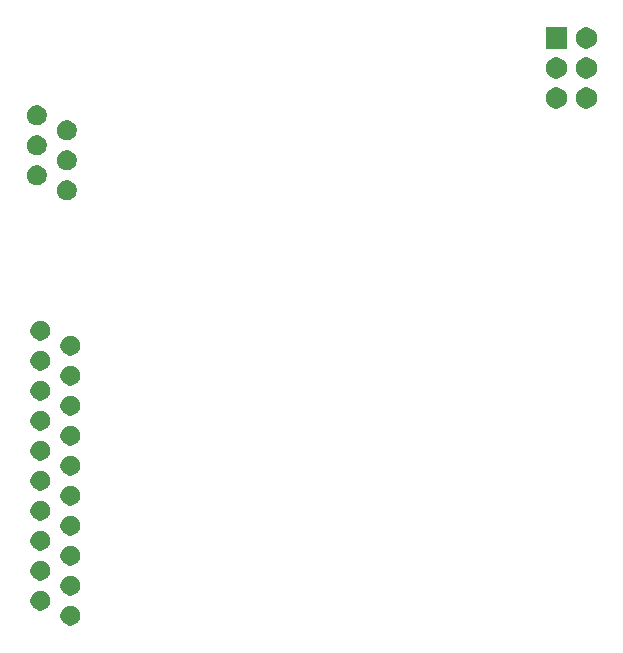
<source format=gbs>
G04 #@! TF.GenerationSoftware,KiCad,Pcbnew,5.0.2-bee76a0~70~ubuntu18.04.1*
G04 #@! TF.CreationDate,2019-02-13T21:41:43-05:00*
G04 #@! TF.ProjectId,Brakelight_Shutdown_BSPD,4272616b-656c-4696-9768-745f53687574,rev?*
G04 #@! TF.SameCoordinates,Original*
G04 #@! TF.FileFunction,Soldermask,Bot*
G04 #@! TF.FilePolarity,Negative*
%FSLAX46Y46*%
G04 Gerber Fmt 4.6, Leading zero omitted, Abs format (unit mm)*
G04 Created by KiCad (PCBNEW 5.0.2-bee76a0~70~ubuntu18.04.1) date Wed 13 Feb 2019 09:41:43 PM EST*
%MOMM*%
%LPD*%
G01*
G04 APERTURE LIST*
%ADD10C,2.000000*%
G04 APERTURE END LIST*
D10*
G36*
X168256234Y-96807564D02*
X168410927Y-96871640D01*
X168550147Y-96964664D01*
X168668536Y-97083053D01*
X168761560Y-97222273D01*
X168825636Y-97376966D01*
X168858300Y-97541181D01*
X168858300Y-97708619D01*
X168825636Y-97872834D01*
X168761560Y-98027527D01*
X168668536Y-98166747D01*
X168550147Y-98285136D01*
X168410927Y-98378160D01*
X168256234Y-98442236D01*
X168092019Y-98474900D01*
X167924581Y-98474900D01*
X167760366Y-98442236D01*
X167605673Y-98378160D01*
X167466453Y-98285136D01*
X167348064Y-98166747D01*
X167255040Y-98027527D01*
X167190964Y-97872834D01*
X167158300Y-97708619D01*
X167158300Y-97541181D01*
X167190964Y-97376966D01*
X167255040Y-97222273D01*
X167348064Y-97083053D01*
X167466453Y-96964664D01*
X167605673Y-96871640D01*
X167760366Y-96807564D01*
X167924581Y-96774900D01*
X168092019Y-96774900D01*
X168256234Y-96807564D01*
X168256234Y-96807564D01*
G37*
G36*
X165716234Y-95537564D02*
X165870927Y-95601640D01*
X166010147Y-95694664D01*
X166128536Y-95813053D01*
X166221560Y-95952273D01*
X166285636Y-96106966D01*
X166318300Y-96271181D01*
X166318300Y-96438619D01*
X166285636Y-96602834D01*
X166221560Y-96757527D01*
X166128536Y-96896747D01*
X166010147Y-97015136D01*
X165870927Y-97108160D01*
X165716234Y-97172236D01*
X165552019Y-97204900D01*
X165384581Y-97204900D01*
X165220366Y-97172236D01*
X165065673Y-97108160D01*
X164926453Y-97015136D01*
X164808064Y-96896747D01*
X164715040Y-96757527D01*
X164650964Y-96602834D01*
X164618300Y-96438619D01*
X164618300Y-96271181D01*
X164650964Y-96106966D01*
X164715040Y-95952273D01*
X164808064Y-95813053D01*
X164926453Y-95694664D01*
X165065673Y-95601640D01*
X165220366Y-95537564D01*
X165384581Y-95504900D01*
X165552019Y-95504900D01*
X165716234Y-95537564D01*
X165716234Y-95537564D01*
G37*
G36*
X168256234Y-94267564D02*
X168410927Y-94331640D01*
X168550147Y-94424664D01*
X168668536Y-94543053D01*
X168761560Y-94682273D01*
X168825636Y-94836966D01*
X168858300Y-95001181D01*
X168858300Y-95168619D01*
X168825636Y-95332834D01*
X168761560Y-95487527D01*
X168668536Y-95626747D01*
X168550147Y-95745136D01*
X168410927Y-95838160D01*
X168256234Y-95902236D01*
X168092019Y-95934900D01*
X167924581Y-95934900D01*
X167760366Y-95902236D01*
X167605673Y-95838160D01*
X167466453Y-95745136D01*
X167348064Y-95626747D01*
X167255040Y-95487527D01*
X167190964Y-95332834D01*
X167158300Y-95168619D01*
X167158300Y-95001181D01*
X167190964Y-94836966D01*
X167255040Y-94682273D01*
X167348064Y-94543053D01*
X167466453Y-94424664D01*
X167605673Y-94331640D01*
X167760366Y-94267564D01*
X167924581Y-94234900D01*
X168092019Y-94234900D01*
X168256234Y-94267564D01*
X168256234Y-94267564D01*
G37*
G36*
X165716234Y-92997564D02*
X165870927Y-93061640D01*
X166010147Y-93154664D01*
X166128536Y-93273053D01*
X166221560Y-93412273D01*
X166285636Y-93566966D01*
X166318300Y-93731181D01*
X166318300Y-93898619D01*
X166285636Y-94062834D01*
X166221560Y-94217527D01*
X166128536Y-94356747D01*
X166010147Y-94475136D01*
X165870927Y-94568160D01*
X165716234Y-94632236D01*
X165552019Y-94664900D01*
X165384581Y-94664900D01*
X165220366Y-94632236D01*
X165065673Y-94568160D01*
X164926453Y-94475136D01*
X164808064Y-94356747D01*
X164715040Y-94217527D01*
X164650964Y-94062834D01*
X164618300Y-93898619D01*
X164618300Y-93731181D01*
X164650964Y-93566966D01*
X164715040Y-93412273D01*
X164808064Y-93273053D01*
X164926453Y-93154664D01*
X165065673Y-93061640D01*
X165220366Y-92997564D01*
X165384581Y-92964900D01*
X165552019Y-92964900D01*
X165716234Y-92997564D01*
X165716234Y-92997564D01*
G37*
G36*
X168256234Y-91727564D02*
X168410927Y-91791640D01*
X168550147Y-91884664D01*
X168668536Y-92003053D01*
X168761560Y-92142273D01*
X168825636Y-92296966D01*
X168858300Y-92461181D01*
X168858300Y-92628619D01*
X168825636Y-92792834D01*
X168761560Y-92947527D01*
X168668536Y-93086747D01*
X168550147Y-93205136D01*
X168410927Y-93298160D01*
X168256234Y-93362236D01*
X168092019Y-93394900D01*
X167924581Y-93394900D01*
X167760366Y-93362236D01*
X167605673Y-93298160D01*
X167466453Y-93205136D01*
X167348064Y-93086747D01*
X167255040Y-92947527D01*
X167190964Y-92792834D01*
X167158300Y-92628619D01*
X167158300Y-92461181D01*
X167190964Y-92296966D01*
X167255040Y-92142273D01*
X167348064Y-92003053D01*
X167466453Y-91884664D01*
X167605673Y-91791640D01*
X167760366Y-91727564D01*
X167924581Y-91694900D01*
X168092019Y-91694900D01*
X168256234Y-91727564D01*
X168256234Y-91727564D01*
G37*
G36*
X165716234Y-90457564D02*
X165870927Y-90521640D01*
X166010147Y-90614664D01*
X166128536Y-90733053D01*
X166221560Y-90872273D01*
X166285636Y-91026966D01*
X166318300Y-91191181D01*
X166318300Y-91358619D01*
X166285636Y-91522834D01*
X166221560Y-91677527D01*
X166128536Y-91816747D01*
X166010147Y-91935136D01*
X165870927Y-92028160D01*
X165716234Y-92092236D01*
X165552019Y-92124900D01*
X165384581Y-92124900D01*
X165220366Y-92092236D01*
X165065673Y-92028160D01*
X164926453Y-91935136D01*
X164808064Y-91816747D01*
X164715040Y-91677527D01*
X164650964Y-91522834D01*
X164618300Y-91358619D01*
X164618300Y-91191181D01*
X164650964Y-91026966D01*
X164715040Y-90872273D01*
X164808064Y-90733053D01*
X164926453Y-90614664D01*
X165065673Y-90521640D01*
X165220366Y-90457564D01*
X165384581Y-90424900D01*
X165552019Y-90424900D01*
X165716234Y-90457564D01*
X165716234Y-90457564D01*
G37*
G36*
X168256234Y-89187564D02*
X168410927Y-89251640D01*
X168550147Y-89344664D01*
X168668536Y-89463053D01*
X168761560Y-89602273D01*
X168825636Y-89756966D01*
X168858300Y-89921181D01*
X168858300Y-90088619D01*
X168825636Y-90252834D01*
X168761560Y-90407527D01*
X168668536Y-90546747D01*
X168550147Y-90665136D01*
X168410927Y-90758160D01*
X168256234Y-90822236D01*
X168092019Y-90854900D01*
X167924581Y-90854900D01*
X167760366Y-90822236D01*
X167605673Y-90758160D01*
X167466453Y-90665136D01*
X167348064Y-90546747D01*
X167255040Y-90407527D01*
X167190964Y-90252834D01*
X167158300Y-90088619D01*
X167158300Y-89921181D01*
X167190964Y-89756966D01*
X167255040Y-89602273D01*
X167348064Y-89463053D01*
X167466453Y-89344664D01*
X167605673Y-89251640D01*
X167760366Y-89187564D01*
X167924581Y-89154900D01*
X168092019Y-89154900D01*
X168256234Y-89187564D01*
X168256234Y-89187564D01*
G37*
G36*
X165716234Y-87917564D02*
X165870927Y-87981640D01*
X166010147Y-88074664D01*
X166128536Y-88193053D01*
X166221560Y-88332273D01*
X166285636Y-88486966D01*
X166318300Y-88651181D01*
X166318300Y-88818619D01*
X166285636Y-88982834D01*
X166221560Y-89137527D01*
X166128536Y-89276747D01*
X166010147Y-89395136D01*
X165870927Y-89488160D01*
X165716234Y-89552236D01*
X165552019Y-89584900D01*
X165384581Y-89584900D01*
X165220366Y-89552236D01*
X165065673Y-89488160D01*
X164926453Y-89395136D01*
X164808064Y-89276747D01*
X164715040Y-89137527D01*
X164650964Y-88982834D01*
X164618300Y-88818619D01*
X164618300Y-88651181D01*
X164650964Y-88486966D01*
X164715040Y-88332273D01*
X164808064Y-88193053D01*
X164926453Y-88074664D01*
X165065673Y-87981640D01*
X165220366Y-87917564D01*
X165384581Y-87884900D01*
X165552019Y-87884900D01*
X165716234Y-87917564D01*
X165716234Y-87917564D01*
G37*
G36*
X168256234Y-86647564D02*
X168410927Y-86711640D01*
X168550147Y-86804664D01*
X168668536Y-86923053D01*
X168761560Y-87062273D01*
X168825636Y-87216966D01*
X168858300Y-87381181D01*
X168858300Y-87548619D01*
X168825636Y-87712834D01*
X168761560Y-87867527D01*
X168668536Y-88006747D01*
X168550147Y-88125136D01*
X168410927Y-88218160D01*
X168256234Y-88282236D01*
X168092019Y-88314900D01*
X167924581Y-88314900D01*
X167760366Y-88282236D01*
X167605673Y-88218160D01*
X167466453Y-88125136D01*
X167348064Y-88006747D01*
X167255040Y-87867527D01*
X167190964Y-87712834D01*
X167158300Y-87548619D01*
X167158300Y-87381181D01*
X167190964Y-87216966D01*
X167255040Y-87062273D01*
X167348064Y-86923053D01*
X167466453Y-86804664D01*
X167605673Y-86711640D01*
X167760366Y-86647564D01*
X167924581Y-86614900D01*
X168092019Y-86614900D01*
X168256234Y-86647564D01*
X168256234Y-86647564D01*
G37*
G36*
X165716234Y-85377564D02*
X165870927Y-85441640D01*
X166010147Y-85534664D01*
X166128536Y-85653053D01*
X166221560Y-85792273D01*
X166285636Y-85946966D01*
X166318300Y-86111181D01*
X166318300Y-86278619D01*
X166285636Y-86442834D01*
X166221560Y-86597527D01*
X166128536Y-86736747D01*
X166010147Y-86855136D01*
X165870927Y-86948160D01*
X165716234Y-87012236D01*
X165552019Y-87044900D01*
X165384581Y-87044900D01*
X165220366Y-87012236D01*
X165065673Y-86948160D01*
X164926453Y-86855136D01*
X164808064Y-86736747D01*
X164715040Y-86597527D01*
X164650964Y-86442834D01*
X164618300Y-86278619D01*
X164618300Y-86111181D01*
X164650964Y-85946966D01*
X164715040Y-85792273D01*
X164808064Y-85653053D01*
X164926453Y-85534664D01*
X165065673Y-85441640D01*
X165220366Y-85377564D01*
X165384581Y-85344900D01*
X165552019Y-85344900D01*
X165716234Y-85377564D01*
X165716234Y-85377564D01*
G37*
G36*
X168256234Y-84107564D02*
X168410927Y-84171640D01*
X168550147Y-84264664D01*
X168668536Y-84383053D01*
X168761560Y-84522273D01*
X168825636Y-84676966D01*
X168858300Y-84841181D01*
X168858300Y-85008619D01*
X168825636Y-85172834D01*
X168761560Y-85327527D01*
X168668536Y-85466747D01*
X168550147Y-85585136D01*
X168410927Y-85678160D01*
X168256234Y-85742236D01*
X168092019Y-85774900D01*
X167924581Y-85774900D01*
X167760366Y-85742236D01*
X167605673Y-85678160D01*
X167466453Y-85585136D01*
X167348064Y-85466747D01*
X167255040Y-85327527D01*
X167190964Y-85172834D01*
X167158300Y-85008619D01*
X167158300Y-84841181D01*
X167190964Y-84676966D01*
X167255040Y-84522273D01*
X167348064Y-84383053D01*
X167466453Y-84264664D01*
X167605673Y-84171640D01*
X167760366Y-84107564D01*
X167924581Y-84074900D01*
X168092019Y-84074900D01*
X168256234Y-84107564D01*
X168256234Y-84107564D01*
G37*
G36*
X165716234Y-82837564D02*
X165870927Y-82901640D01*
X166010147Y-82994664D01*
X166128536Y-83113053D01*
X166221560Y-83252273D01*
X166285636Y-83406966D01*
X166318300Y-83571181D01*
X166318300Y-83738619D01*
X166285636Y-83902834D01*
X166221560Y-84057527D01*
X166128536Y-84196747D01*
X166010147Y-84315136D01*
X165870927Y-84408160D01*
X165716234Y-84472236D01*
X165552019Y-84504900D01*
X165384581Y-84504900D01*
X165220366Y-84472236D01*
X165065673Y-84408160D01*
X164926453Y-84315136D01*
X164808064Y-84196747D01*
X164715040Y-84057527D01*
X164650964Y-83902834D01*
X164618300Y-83738619D01*
X164618300Y-83571181D01*
X164650964Y-83406966D01*
X164715040Y-83252273D01*
X164808064Y-83113053D01*
X164926453Y-82994664D01*
X165065673Y-82901640D01*
X165220366Y-82837564D01*
X165384581Y-82804900D01*
X165552019Y-82804900D01*
X165716234Y-82837564D01*
X165716234Y-82837564D01*
G37*
G36*
X168256234Y-81567564D02*
X168410927Y-81631640D01*
X168550147Y-81724664D01*
X168668536Y-81843053D01*
X168761560Y-81982273D01*
X168825636Y-82136966D01*
X168858300Y-82301181D01*
X168858300Y-82468619D01*
X168825636Y-82632834D01*
X168761560Y-82787527D01*
X168668536Y-82926747D01*
X168550147Y-83045136D01*
X168410927Y-83138160D01*
X168256234Y-83202236D01*
X168092019Y-83234900D01*
X167924581Y-83234900D01*
X167760366Y-83202236D01*
X167605673Y-83138160D01*
X167466453Y-83045136D01*
X167348064Y-82926747D01*
X167255040Y-82787527D01*
X167190964Y-82632834D01*
X167158300Y-82468619D01*
X167158300Y-82301181D01*
X167190964Y-82136966D01*
X167255040Y-81982273D01*
X167348064Y-81843053D01*
X167466453Y-81724664D01*
X167605673Y-81631640D01*
X167760366Y-81567564D01*
X167924581Y-81534900D01*
X168092019Y-81534900D01*
X168256234Y-81567564D01*
X168256234Y-81567564D01*
G37*
G36*
X165716234Y-80297564D02*
X165870927Y-80361640D01*
X166010147Y-80454664D01*
X166128536Y-80573053D01*
X166221560Y-80712273D01*
X166285636Y-80866966D01*
X166318300Y-81031181D01*
X166318300Y-81198619D01*
X166285636Y-81362834D01*
X166221560Y-81517527D01*
X166128536Y-81656747D01*
X166010147Y-81775136D01*
X165870927Y-81868160D01*
X165716234Y-81932236D01*
X165552019Y-81964900D01*
X165384581Y-81964900D01*
X165220366Y-81932236D01*
X165065673Y-81868160D01*
X164926453Y-81775136D01*
X164808064Y-81656747D01*
X164715040Y-81517527D01*
X164650964Y-81362834D01*
X164618300Y-81198619D01*
X164618300Y-81031181D01*
X164650964Y-80866966D01*
X164715040Y-80712273D01*
X164808064Y-80573053D01*
X164926453Y-80454664D01*
X165065673Y-80361640D01*
X165220366Y-80297564D01*
X165384581Y-80264900D01*
X165552019Y-80264900D01*
X165716234Y-80297564D01*
X165716234Y-80297564D01*
G37*
G36*
X168256234Y-79027564D02*
X168410927Y-79091640D01*
X168550147Y-79184664D01*
X168668536Y-79303053D01*
X168761560Y-79442273D01*
X168825636Y-79596966D01*
X168858300Y-79761181D01*
X168858300Y-79928619D01*
X168825636Y-80092834D01*
X168761560Y-80247527D01*
X168668536Y-80386747D01*
X168550147Y-80505136D01*
X168410927Y-80598160D01*
X168256234Y-80662236D01*
X168092019Y-80694900D01*
X167924581Y-80694900D01*
X167760366Y-80662236D01*
X167605673Y-80598160D01*
X167466453Y-80505136D01*
X167348064Y-80386747D01*
X167255040Y-80247527D01*
X167190964Y-80092834D01*
X167158300Y-79928619D01*
X167158300Y-79761181D01*
X167190964Y-79596966D01*
X167255040Y-79442273D01*
X167348064Y-79303053D01*
X167466453Y-79184664D01*
X167605673Y-79091640D01*
X167760366Y-79027564D01*
X167924581Y-78994900D01*
X168092019Y-78994900D01*
X168256234Y-79027564D01*
X168256234Y-79027564D01*
G37*
G36*
X165716234Y-77757564D02*
X165870927Y-77821640D01*
X166010147Y-77914664D01*
X166128536Y-78033053D01*
X166221560Y-78172273D01*
X166285636Y-78326966D01*
X166318300Y-78491181D01*
X166318300Y-78658619D01*
X166285636Y-78822834D01*
X166221560Y-78977527D01*
X166128536Y-79116747D01*
X166010147Y-79235136D01*
X165870927Y-79328160D01*
X165716234Y-79392236D01*
X165552019Y-79424900D01*
X165384581Y-79424900D01*
X165220366Y-79392236D01*
X165065673Y-79328160D01*
X164926453Y-79235136D01*
X164808064Y-79116747D01*
X164715040Y-78977527D01*
X164650964Y-78822834D01*
X164618300Y-78658619D01*
X164618300Y-78491181D01*
X164650964Y-78326966D01*
X164715040Y-78172273D01*
X164808064Y-78033053D01*
X164926453Y-77914664D01*
X165065673Y-77821640D01*
X165220366Y-77757564D01*
X165384581Y-77724900D01*
X165552019Y-77724900D01*
X165716234Y-77757564D01*
X165716234Y-77757564D01*
G37*
G36*
X168256234Y-76487564D02*
X168410927Y-76551640D01*
X168550147Y-76644664D01*
X168668536Y-76763053D01*
X168761560Y-76902273D01*
X168825636Y-77056966D01*
X168858300Y-77221181D01*
X168858300Y-77388619D01*
X168825636Y-77552834D01*
X168761560Y-77707527D01*
X168668536Y-77846747D01*
X168550147Y-77965136D01*
X168410927Y-78058160D01*
X168256234Y-78122236D01*
X168092019Y-78154900D01*
X167924581Y-78154900D01*
X167760366Y-78122236D01*
X167605673Y-78058160D01*
X167466453Y-77965136D01*
X167348064Y-77846747D01*
X167255040Y-77707527D01*
X167190964Y-77552834D01*
X167158300Y-77388619D01*
X167158300Y-77221181D01*
X167190964Y-77056966D01*
X167255040Y-76902273D01*
X167348064Y-76763053D01*
X167466453Y-76644664D01*
X167605673Y-76551640D01*
X167760366Y-76487564D01*
X167924581Y-76454900D01*
X168092019Y-76454900D01*
X168256234Y-76487564D01*
X168256234Y-76487564D01*
G37*
G36*
X165716234Y-75217564D02*
X165870927Y-75281640D01*
X166010147Y-75374664D01*
X166128536Y-75493053D01*
X166221560Y-75632273D01*
X166285636Y-75786966D01*
X166318300Y-75951181D01*
X166318300Y-76118619D01*
X166285636Y-76282834D01*
X166221560Y-76437527D01*
X166128536Y-76576747D01*
X166010147Y-76695136D01*
X165870927Y-76788160D01*
X165716234Y-76852236D01*
X165552019Y-76884900D01*
X165384581Y-76884900D01*
X165220366Y-76852236D01*
X165065673Y-76788160D01*
X164926453Y-76695136D01*
X164808064Y-76576747D01*
X164715040Y-76437527D01*
X164650964Y-76282834D01*
X164618300Y-76118619D01*
X164618300Y-75951181D01*
X164650964Y-75786966D01*
X164715040Y-75632273D01*
X164808064Y-75493053D01*
X164926453Y-75374664D01*
X165065673Y-75281640D01*
X165220366Y-75217564D01*
X165384581Y-75184900D01*
X165552019Y-75184900D01*
X165716234Y-75217564D01*
X165716234Y-75217564D01*
G37*
G36*
X168256234Y-73947564D02*
X168410927Y-74011640D01*
X168550147Y-74104664D01*
X168668536Y-74223053D01*
X168761560Y-74362273D01*
X168825636Y-74516966D01*
X168858300Y-74681181D01*
X168858300Y-74848619D01*
X168825636Y-75012834D01*
X168761560Y-75167527D01*
X168668536Y-75306747D01*
X168550147Y-75425136D01*
X168410927Y-75518160D01*
X168256234Y-75582236D01*
X168092019Y-75614900D01*
X167924581Y-75614900D01*
X167760366Y-75582236D01*
X167605673Y-75518160D01*
X167466453Y-75425136D01*
X167348064Y-75306747D01*
X167255040Y-75167527D01*
X167190964Y-75012834D01*
X167158300Y-74848619D01*
X167158300Y-74681181D01*
X167190964Y-74516966D01*
X167255040Y-74362273D01*
X167348064Y-74223053D01*
X167466453Y-74104664D01*
X167605673Y-74011640D01*
X167760366Y-73947564D01*
X167924581Y-73914900D01*
X168092019Y-73914900D01*
X168256234Y-73947564D01*
X168256234Y-73947564D01*
G37*
G36*
X165716234Y-72677564D02*
X165870927Y-72741640D01*
X166010147Y-72834664D01*
X166128536Y-72953053D01*
X166221560Y-73092273D01*
X166285636Y-73246966D01*
X166318300Y-73411181D01*
X166318300Y-73578619D01*
X166285636Y-73742834D01*
X166221560Y-73897527D01*
X166128536Y-74036747D01*
X166010147Y-74155136D01*
X165870927Y-74248160D01*
X165716234Y-74312236D01*
X165552019Y-74344900D01*
X165384581Y-74344900D01*
X165220366Y-74312236D01*
X165065673Y-74248160D01*
X164926453Y-74155136D01*
X164808064Y-74036747D01*
X164715040Y-73897527D01*
X164650964Y-73742834D01*
X164618300Y-73578619D01*
X164618300Y-73411181D01*
X164650964Y-73246966D01*
X164715040Y-73092273D01*
X164808064Y-72953053D01*
X164926453Y-72834664D01*
X165065673Y-72741640D01*
X165220366Y-72677564D01*
X165384581Y-72644900D01*
X165552019Y-72644900D01*
X165716234Y-72677564D01*
X165716234Y-72677564D01*
G37*
G36*
X167938734Y-60803064D02*
X168093427Y-60867140D01*
X168232647Y-60960164D01*
X168351036Y-61078553D01*
X168444060Y-61217773D01*
X168508136Y-61372466D01*
X168540800Y-61536681D01*
X168540800Y-61704119D01*
X168508136Y-61868334D01*
X168444060Y-62023027D01*
X168351036Y-62162247D01*
X168232647Y-62280636D01*
X168093427Y-62373660D01*
X167938734Y-62437736D01*
X167774519Y-62470400D01*
X167607081Y-62470400D01*
X167442866Y-62437736D01*
X167288173Y-62373660D01*
X167148953Y-62280636D01*
X167030564Y-62162247D01*
X166937540Y-62023027D01*
X166873464Y-61868334D01*
X166840800Y-61704119D01*
X166840800Y-61536681D01*
X166873464Y-61372466D01*
X166937540Y-61217773D01*
X167030564Y-61078553D01*
X167148953Y-60960164D01*
X167288173Y-60867140D01*
X167442866Y-60803064D01*
X167607081Y-60770400D01*
X167774519Y-60770400D01*
X167938734Y-60803064D01*
X167938734Y-60803064D01*
G37*
G36*
X165398734Y-59533064D02*
X165553427Y-59597140D01*
X165692647Y-59690164D01*
X165811036Y-59808553D01*
X165904060Y-59947773D01*
X165968136Y-60102466D01*
X166000800Y-60266681D01*
X166000800Y-60434119D01*
X165968136Y-60598334D01*
X165904060Y-60753027D01*
X165811036Y-60892247D01*
X165692647Y-61010636D01*
X165553427Y-61103660D01*
X165398734Y-61167736D01*
X165234519Y-61200400D01*
X165067081Y-61200400D01*
X164902866Y-61167736D01*
X164748173Y-61103660D01*
X164608953Y-61010636D01*
X164490564Y-60892247D01*
X164397540Y-60753027D01*
X164333464Y-60598334D01*
X164300800Y-60434119D01*
X164300800Y-60266681D01*
X164333464Y-60102466D01*
X164397540Y-59947773D01*
X164490564Y-59808553D01*
X164608953Y-59690164D01*
X164748173Y-59597140D01*
X164902866Y-59533064D01*
X165067081Y-59500400D01*
X165234519Y-59500400D01*
X165398734Y-59533064D01*
X165398734Y-59533064D01*
G37*
G36*
X167938734Y-58263064D02*
X168093427Y-58327140D01*
X168232647Y-58420164D01*
X168351036Y-58538553D01*
X168444060Y-58677773D01*
X168508136Y-58832466D01*
X168540800Y-58996681D01*
X168540800Y-59164119D01*
X168508136Y-59328334D01*
X168444060Y-59483027D01*
X168351036Y-59622247D01*
X168232647Y-59740636D01*
X168093427Y-59833660D01*
X167938734Y-59897736D01*
X167774519Y-59930400D01*
X167607081Y-59930400D01*
X167442866Y-59897736D01*
X167288173Y-59833660D01*
X167148953Y-59740636D01*
X167030564Y-59622247D01*
X166937540Y-59483027D01*
X166873464Y-59328334D01*
X166840800Y-59164119D01*
X166840800Y-58996681D01*
X166873464Y-58832466D01*
X166937540Y-58677773D01*
X167030564Y-58538553D01*
X167148953Y-58420164D01*
X167288173Y-58327140D01*
X167442866Y-58263064D01*
X167607081Y-58230400D01*
X167774519Y-58230400D01*
X167938734Y-58263064D01*
X167938734Y-58263064D01*
G37*
G36*
X165398734Y-56993064D02*
X165553427Y-57057140D01*
X165692647Y-57150164D01*
X165811036Y-57268553D01*
X165904060Y-57407773D01*
X165968136Y-57562466D01*
X166000800Y-57726681D01*
X166000800Y-57894119D01*
X165968136Y-58058334D01*
X165904060Y-58213027D01*
X165811036Y-58352247D01*
X165692647Y-58470636D01*
X165553427Y-58563660D01*
X165398734Y-58627736D01*
X165234519Y-58660400D01*
X165067081Y-58660400D01*
X164902866Y-58627736D01*
X164748173Y-58563660D01*
X164608953Y-58470636D01*
X164490564Y-58352247D01*
X164397540Y-58213027D01*
X164333464Y-58058334D01*
X164300800Y-57894119D01*
X164300800Y-57726681D01*
X164333464Y-57562466D01*
X164397540Y-57407773D01*
X164490564Y-57268553D01*
X164608953Y-57150164D01*
X164748173Y-57057140D01*
X164902866Y-56993064D01*
X165067081Y-56960400D01*
X165234519Y-56960400D01*
X165398734Y-56993064D01*
X165398734Y-56993064D01*
G37*
G36*
X167938734Y-55723064D02*
X168093427Y-55787140D01*
X168232647Y-55880164D01*
X168351036Y-55998553D01*
X168444060Y-56137773D01*
X168508136Y-56292466D01*
X168540800Y-56456681D01*
X168540800Y-56624119D01*
X168508136Y-56788334D01*
X168444060Y-56943027D01*
X168351036Y-57082247D01*
X168232647Y-57200636D01*
X168093427Y-57293660D01*
X167938734Y-57357736D01*
X167774519Y-57390400D01*
X167607081Y-57390400D01*
X167442866Y-57357736D01*
X167288173Y-57293660D01*
X167148953Y-57200636D01*
X167030564Y-57082247D01*
X166937540Y-56943027D01*
X166873464Y-56788334D01*
X166840800Y-56624119D01*
X166840800Y-56456681D01*
X166873464Y-56292466D01*
X166937540Y-56137773D01*
X167030564Y-55998553D01*
X167148953Y-55880164D01*
X167288173Y-55787140D01*
X167442866Y-55723064D01*
X167607081Y-55690400D01*
X167774519Y-55690400D01*
X167938734Y-55723064D01*
X167938734Y-55723064D01*
G37*
G36*
X165398734Y-54453064D02*
X165553427Y-54517140D01*
X165692647Y-54610164D01*
X165811036Y-54728553D01*
X165904060Y-54867773D01*
X165968136Y-55022466D01*
X166000800Y-55186681D01*
X166000800Y-55354119D01*
X165968136Y-55518334D01*
X165904060Y-55673027D01*
X165811036Y-55812247D01*
X165692647Y-55930636D01*
X165553427Y-56023660D01*
X165398734Y-56087736D01*
X165234519Y-56120400D01*
X165067081Y-56120400D01*
X164902866Y-56087736D01*
X164748173Y-56023660D01*
X164608953Y-55930636D01*
X164490564Y-55812247D01*
X164397540Y-55673027D01*
X164333464Y-55518334D01*
X164300800Y-55354119D01*
X164300800Y-55186681D01*
X164333464Y-55022466D01*
X164397540Y-54867773D01*
X164490564Y-54728553D01*
X164608953Y-54610164D01*
X164748173Y-54517140D01*
X164902866Y-54453064D01*
X165067081Y-54420400D01*
X165234519Y-54420400D01*
X165398734Y-54453064D01*
X165398734Y-54453064D01*
G37*
G36*
X209406121Y-52931786D02*
X209569909Y-52999629D01*
X209717320Y-53098126D01*
X209842674Y-53223480D01*
X209941171Y-53370891D01*
X210009014Y-53534679D01*
X210043600Y-53708556D01*
X210043600Y-53885844D01*
X210009014Y-54059721D01*
X209941171Y-54223509D01*
X209842674Y-54370920D01*
X209717320Y-54496274D01*
X209569909Y-54594771D01*
X209406121Y-54662614D01*
X209232244Y-54697200D01*
X209054956Y-54697200D01*
X208881079Y-54662614D01*
X208717291Y-54594771D01*
X208569880Y-54496274D01*
X208444526Y-54370920D01*
X208346029Y-54223509D01*
X208278186Y-54059721D01*
X208243600Y-53885844D01*
X208243600Y-53708556D01*
X208278186Y-53534679D01*
X208346029Y-53370891D01*
X208444526Y-53223480D01*
X208569880Y-53098126D01*
X208717291Y-52999629D01*
X208881079Y-52931786D01*
X209054956Y-52897200D01*
X209232244Y-52897200D01*
X209406121Y-52931786D01*
X209406121Y-52931786D01*
G37*
G36*
X211946121Y-52931786D02*
X212109909Y-52999629D01*
X212257320Y-53098126D01*
X212382674Y-53223480D01*
X212481171Y-53370891D01*
X212549014Y-53534679D01*
X212583600Y-53708556D01*
X212583600Y-53885844D01*
X212549014Y-54059721D01*
X212481171Y-54223509D01*
X212382674Y-54370920D01*
X212257320Y-54496274D01*
X212109909Y-54594771D01*
X211946121Y-54662614D01*
X211772244Y-54697200D01*
X211594956Y-54697200D01*
X211421079Y-54662614D01*
X211257291Y-54594771D01*
X211109880Y-54496274D01*
X210984526Y-54370920D01*
X210886029Y-54223509D01*
X210818186Y-54059721D01*
X210783600Y-53885844D01*
X210783600Y-53708556D01*
X210818186Y-53534679D01*
X210886029Y-53370891D01*
X210984526Y-53223480D01*
X211109880Y-53098126D01*
X211257291Y-52999629D01*
X211421079Y-52931786D01*
X211594956Y-52897200D01*
X211772244Y-52897200D01*
X211946121Y-52931786D01*
X211946121Y-52931786D01*
G37*
G36*
X211946121Y-50391786D02*
X212109909Y-50459629D01*
X212257320Y-50558126D01*
X212382674Y-50683480D01*
X212481171Y-50830891D01*
X212549014Y-50994679D01*
X212583600Y-51168556D01*
X212583600Y-51345844D01*
X212549014Y-51519721D01*
X212481171Y-51683509D01*
X212382674Y-51830920D01*
X212257320Y-51956274D01*
X212109909Y-52054771D01*
X211946121Y-52122614D01*
X211772244Y-52157200D01*
X211594956Y-52157200D01*
X211421079Y-52122614D01*
X211257291Y-52054771D01*
X211109880Y-51956274D01*
X210984526Y-51830920D01*
X210886029Y-51683509D01*
X210818186Y-51519721D01*
X210783600Y-51345844D01*
X210783600Y-51168556D01*
X210818186Y-50994679D01*
X210886029Y-50830891D01*
X210984526Y-50683480D01*
X211109880Y-50558126D01*
X211257291Y-50459629D01*
X211421079Y-50391786D01*
X211594956Y-50357200D01*
X211772244Y-50357200D01*
X211946121Y-50391786D01*
X211946121Y-50391786D01*
G37*
G36*
X209406121Y-50391786D02*
X209569909Y-50459629D01*
X209717320Y-50558126D01*
X209842674Y-50683480D01*
X209941171Y-50830891D01*
X210009014Y-50994679D01*
X210043600Y-51168556D01*
X210043600Y-51345844D01*
X210009014Y-51519721D01*
X209941171Y-51683509D01*
X209842674Y-51830920D01*
X209717320Y-51956274D01*
X209569909Y-52054771D01*
X209406121Y-52122614D01*
X209232244Y-52157200D01*
X209054956Y-52157200D01*
X208881079Y-52122614D01*
X208717291Y-52054771D01*
X208569880Y-51956274D01*
X208444526Y-51830920D01*
X208346029Y-51683509D01*
X208278186Y-51519721D01*
X208243600Y-51345844D01*
X208243600Y-51168556D01*
X208278186Y-50994679D01*
X208346029Y-50830891D01*
X208444526Y-50683480D01*
X208569880Y-50558126D01*
X208717291Y-50459629D01*
X208881079Y-50391786D01*
X209054956Y-50357200D01*
X209232244Y-50357200D01*
X209406121Y-50391786D01*
X209406121Y-50391786D01*
G37*
G36*
X211946121Y-47851786D02*
X212109909Y-47919629D01*
X212257320Y-48018126D01*
X212382674Y-48143480D01*
X212481171Y-48290891D01*
X212549014Y-48454679D01*
X212583600Y-48628556D01*
X212583600Y-48805844D01*
X212549014Y-48979721D01*
X212481171Y-49143509D01*
X212382674Y-49290920D01*
X212257320Y-49416274D01*
X212109909Y-49514771D01*
X211946121Y-49582614D01*
X211772244Y-49617200D01*
X211594956Y-49617200D01*
X211421079Y-49582614D01*
X211257291Y-49514771D01*
X211109880Y-49416274D01*
X210984526Y-49290920D01*
X210886029Y-49143509D01*
X210818186Y-48979721D01*
X210783600Y-48805844D01*
X210783600Y-48628556D01*
X210818186Y-48454679D01*
X210886029Y-48290891D01*
X210984526Y-48143480D01*
X211109880Y-48018126D01*
X211257291Y-47919629D01*
X211421079Y-47851786D01*
X211594956Y-47817200D01*
X211772244Y-47817200D01*
X211946121Y-47851786D01*
X211946121Y-47851786D01*
G37*
G36*
X210043600Y-49617200D02*
X208243600Y-49617200D01*
X208243600Y-47817200D01*
X210043600Y-47817200D01*
X210043600Y-49617200D01*
X210043600Y-49617200D01*
G37*
M02*

</source>
